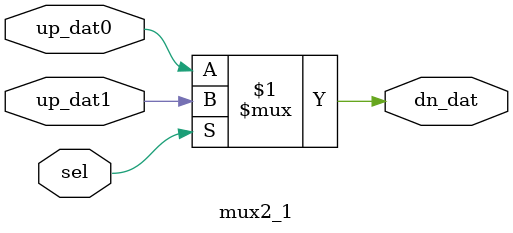
<source format=v>

module mux2_1
(
  input           up_dat0,
  input           up_dat1,
  input           sel,
  output          dn_dat
); // fifo

assign dn_dat=(sel)?up_dat1:up_dat0;

endmodule // fifo
</source>
